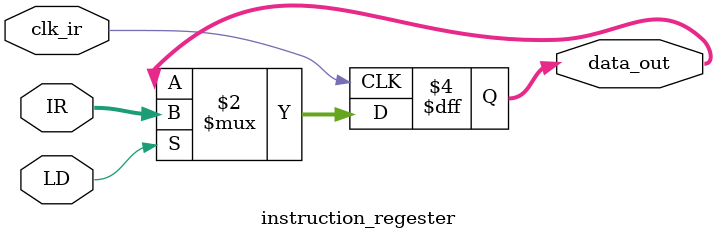
<source format=v>
`timescale 1ns / 1ps
module decoder(
input[2:0] decoder_input,
input en,
output[7:0] decoder_output);

 assign decoder_output=en<<decoder_input;

endmodule





module instruction_regester(
    input clk_ir,
    input LD,
    input [7:0] IR, //DATA_IN
    output reg [7:0] data_out
    );
    integer J;
          
    always @(posedge clk_ir)
        begin
       
             if(LD) 
                data_out <= IR;
            
        end    
    
    
endmodule

</source>
